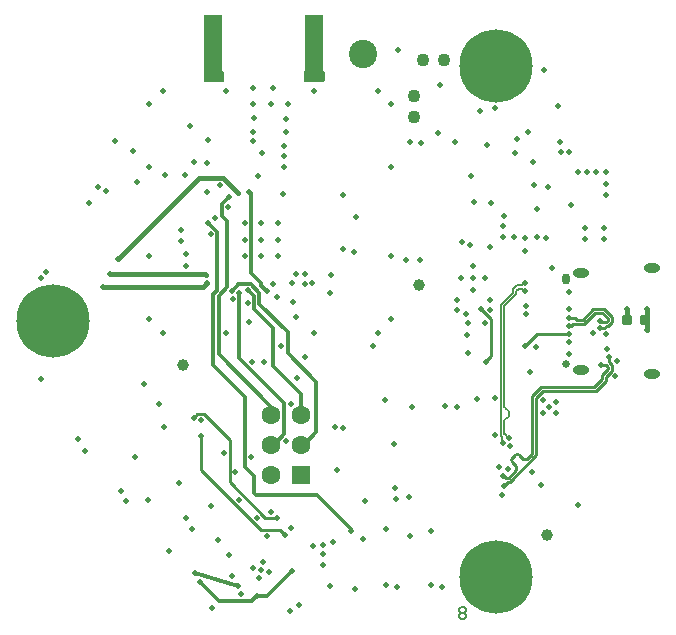
<source format=gbl>
G04*
G04 #@! TF.GenerationSoftware,Altium Limited,Altium Designer,20.1.11 (218)*
G04*
G04 Layer_Physical_Order=8*
G04 Layer_Color=16711680*
%FSLAX24Y24*%
%MOIN*%
G70*
G04*
G04 #@! TF.SameCoordinates,6F335AB9-D6ED-48D2-8003-4388AB504266*
G04*
G04*
G04 #@! TF.FilePolarity,Positive*
G04*
G01*
G75*
%ADD15C,0.0100*%
%ADD17C,0.0070*%
G04:AMPARAMS|DCode=58|XSize=35mil|YSize=34mil|CornerRadius=6mil|HoleSize=0mil|Usage=FLASHONLY|Rotation=0.000|XOffset=0mil|YOffset=0mil|HoleType=Round|Shape=RoundedRectangle|*
%AMROUNDEDRECTD58*
21,1,0.0350,0.0221,0,0,0.0*
21,1,0.0231,0.0340,0,0,0.0*
1,1,0.0119,0.0116,-0.0111*
1,1,0.0119,-0.0116,-0.0111*
1,1,0.0119,-0.0116,0.0111*
1,1,0.0119,0.0116,0.0111*
%
%ADD58ROUNDEDRECTD58*%
%ADD143C,0.0085*%
%ADD146C,0.0120*%
%ADD147C,0.0150*%
%ADD152R,0.0630X0.1929*%
%ADD165C,0.0394*%
%ADD189C,0.0160*%
%ADD194C,0.0059*%
%ADD195O,0.0256X0.0374*%
%ADD196O,0.0551X0.0315*%
%ADD197C,0.0256*%
%ADD198C,0.0945*%
%ADD199C,0.0630*%
%ADD200R,0.0630X0.0630*%
%ADD201C,0.0433*%
%ADD202C,0.2441*%
%ADD203C,0.0197*%
G36*
X-4132Y8328D02*
X-4132Y8028D01*
X-4168Y7993D01*
X-4810Y7993D01*
Y8358D01*
X-4168Y8363D01*
X-4132Y8328D01*
D02*
G37*
G36*
X-783Y8313D02*
X-783Y8013D01*
X-818Y7978D01*
X-1460Y7978D01*
Y8343D01*
X-818Y8348D01*
X-783Y8313D01*
D02*
G37*
D15*
X7367Y-413D02*
X7375Y-421D01*
X6302Y-413D02*
X7367D01*
X5888Y-828D02*
X6302Y-413D01*
X-4889Y-4962D02*
Y-3808D01*
Y-4962D02*
X-2904Y-6947D01*
X-3950Y-5368D02*
X-2779Y-6539D01*
X-3950Y-5368D02*
Y-3944D01*
X-2779Y-6539D02*
X-2362D01*
X-2904Y-6947D02*
X-2282D01*
X4600Y-1326D02*
X4768Y-1158D01*
X4600Y-1341D02*
Y-1326D01*
X4768Y-1158D02*
Y85D01*
X4429Y423D02*
X4768Y85D01*
X-2282Y-6947D02*
X-2095Y-7134D01*
X-4801Y-3093D02*
X-3950Y-3944D01*
X-5136Y-3209D02*
X-5019Y-3093D01*
X-5147Y-3209D02*
X-5136D01*
X-5019Y-3093D02*
X-4801D01*
D17*
X5208Y-2850D02*
G03*
X5278Y-2920I70J0D01*
G01*
X5356Y-2982D02*
G03*
X5294Y-2920I-62J0D01*
G01*
Y-3230D02*
G03*
X5356Y-3168I0J62D01*
G01*
X5278Y-3230D02*
G03*
X5208Y-3300I0J-70D01*
G01*
Y-2850D02*
Y-2330D01*
X5278Y-2920D02*
X5294D01*
X5356Y-3168D02*
Y-2982D01*
X5278Y-3230D02*
X5294D01*
X5208Y-3645D02*
Y-3300D01*
Y-2330D02*
Y502D01*
Y-3761D02*
Y-3645D01*
X5694Y1097D02*
X5793D01*
X5868Y1022D01*
X5616Y1019D02*
X5694Y1097D01*
X5868Y1022D02*
X5888D01*
X5616Y911D02*
Y1019D01*
X5348Y-3883D02*
X5382D01*
X5208Y502D02*
X5616Y911D01*
X5226Y-3761D02*
X5348Y-3883D01*
X5208Y-3761D02*
X5226D01*
X5868Y1282D02*
X5888D01*
X5793Y1207D02*
X5868Y1282D01*
X5648Y1207D02*
X5793D01*
X5506Y956D02*
Y1065D01*
X5648Y1207D01*
X5088Y537D02*
X5506Y956D01*
X5088Y-3811D02*
X5141Y-3865D01*
Y-4011D02*
Y-3865D01*
X5088Y-3811D02*
Y537D01*
X5141Y-4011D02*
X5165Y-4036D01*
D58*
X9309Y55D02*
D03*
X9899D02*
D03*
D143*
X5833Y-4582D02*
G03*
X5971Y-4582I69J69D01*
G01*
X5710Y-4458D02*
G03*
X5572Y-4458I-69J-69D01*
G01*
X5480Y-4550D02*
G03*
X5480Y-4688I69J-69D01*
G01*
X5604Y-4949D02*
G03*
X5604Y-4812I-69J69D01*
G01*
X7498Y-80D02*
X7877D01*
X7421Y-157D02*
X7498Y-80D01*
X7390Y-157D02*
X7421D01*
X7574Y101D02*
X7619Y55D01*
X7368Y100D02*
X7369Y101D01*
X7619Y55D02*
X7821D01*
X7369Y101D02*
X7574D01*
X5971Y-4582D02*
X6146Y-4407D01*
X5710Y-4458D02*
X5833Y-4582D01*
X5480Y-4550D02*
X5572Y-4458D01*
X5480Y-4688D02*
X5604Y-4812D01*
X5604Y-4812D02*
X5604Y-4812D01*
X5574Y-4979D02*
X5604Y-4949D01*
X6146Y-4407D02*
Y-2499D01*
X5350Y-5203D02*
X5574Y-4979D01*
X8407Y-211D02*
X8557D01*
X8416Y28D02*
X8465Y-21D01*
X8386Y-232D02*
X8407Y-211D01*
X8386Y28D02*
X8416D01*
X8557Y-211D02*
X8612Y-156D01*
X8668D01*
X8465Y-21D02*
X8612D01*
X8436Y-1436D02*
X8585D01*
X8662Y-1513D01*
Y-1598D02*
Y-1513D01*
X8436Y-1436D02*
X8436Y-1436D01*
X8465Y-1795D02*
X8662Y-1598D01*
X8465Y-1928D02*
Y-1795D01*
X8198Y-2195D02*
X8465Y-1928D01*
X6449Y-2195D02*
X8198D01*
X6146Y-2499D02*
X6449Y-2195D01*
X5174Y-5137D02*
X5205D01*
X5270Y-5203D01*
X5350D01*
X8690Y-1351D02*
Y-1202D01*
X8797Y-1654D02*
Y-1457D01*
X8690Y-1351D02*
X8797Y-1457D01*
X8690Y-1202D02*
X8690Y-1202D01*
X8600Y-1850D02*
X8797Y-1654D01*
X8600Y-1984D02*
Y-1850D01*
X8254Y-2330D02*
X8600Y-1984D01*
X6505Y-2330D02*
X8254D01*
X6281Y-2555D02*
X6505Y-2330D01*
X6281Y-4463D02*
Y-2555D01*
X5406Y-5338D02*
X6281Y-4463D01*
X5336Y-5338D02*
X5406D01*
X5184Y-5490D02*
X5336Y-5338D01*
X5184Y-5496D02*
Y-5490D01*
X8479Y282D02*
X8662Y100D01*
Y29D02*
Y100D01*
X8612Y-21D02*
X8662Y29D01*
X8239Y282D02*
X8479D01*
X7877Y-80D02*
X8239Y282D01*
X8797Y-27D02*
Y155D01*
X8668Y-156D02*
X8797Y-27D01*
X8535Y417D02*
X8797Y155D01*
X8183Y417D02*
X8535D01*
X7821Y55D02*
X8183Y417D01*
D146*
X-3436Y-4845D02*
X-3122Y-5158D01*
X-3436Y-4845D02*
Y-2512D01*
X-4488Y-1461D02*
X-3436Y-2512D01*
X-2951Y588D02*
Y945D01*
X-2011Y-1060D02*
Y-353D01*
X-2951Y588D02*
X-2011Y-353D01*
Y-1060D02*
X-1052Y-2018D01*
X-3632Y-1218D02*
Y939D01*
Y-1218D02*
X-2120Y-2730D01*
Y-3764D02*
Y-2730D01*
X-3324Y1037D02*
X-3127Y840D01*
Y422D02*
Y840D01*
Y422D02*
X-2493Y-212D01*
X-2907Y1197D02*
X-2710Y999D01*
X-2907Y1197D02*
Y1280D01*
X-3237Y1610D02*
X-2907Y1280D01*
X-3679Y1243D02*
X-3250D01*
X-3679Y1201D02*
Y1243D01*
X-3882Y998D02*
X-3679Y1201D01*
X-4306Y863D02*
X-4027Y1142D01*
Y3357D01*
X-3122Y-5708D02*
Y-5158D01*
X-2482Y-4125D02*
X-2120Y-3764D01*
X-2552Y-4125D02*
X-2482D01*
X-4306Y-1102D02*
Y863D01*
Y-1102D02*
X-2552Y-2856D01*
X-4488Y-1461D02*
Y907D01*
X-4380Y1014D01*
Y2994D01*
X-4669Y3283D02*
X-4380Y2994D01*
X-834Y-5983D02*
Y-5983D01*
X99Y-6976D02*
X110Y-6987D01*
X99Y-6976D02*
Y-6915D01*
X-834Y-5983D02*
X99Y-6915D01*
X-1037Y-5779D02*
X-834Y-5983D01*
X-3052Y-5779D02*
X-1037D01*
X-3122Y-5708D02*
X-3052Y-5779D01*
X-2493Y-1491D02*
Y-212D01*
X-3250Y1243D02*
X-2951Y945D01*
X-4195Y3525D02*
X-4027Y3357D01*
X-3237Y1610D02*
Y4280D01*
X-3288Y4331D02*
X-3237Y4280D01*
X-1515Y-4162D02*
X-1052Y-3699D01*
X-1552Y-4199D02*
X-1515Y-4162D01*
X-3049Y-9166D02*
X-2697D01*
X-1862Y-8330D01*
X-3064Y-9166D02*
X-3049D01*
X-3210Y-9312D02*
X-3064Y-9166D01*
X-4306Y-9312D02*
X-3210D01*
X-4927Y-8690D02*
X-4306Y-9312D01*
X-5095Y-8381D02*
X-3677Y-8807D01*
X-1552Y-3125D02*
Y-2431D01*
X4892Y-2560D02*
X4898Y-2566D01*
X-1052Y-3699D02*
Y-2018D01*
X-1552Y-4199D02*
Y-4125D01*
X-4195Y3916D02*
X-3958Y4153D01*
X-4195Y3525D02*
Y3916D01*
X-2552Y-3125D02*
Y-2856D01*
X-2493Y-1491D02*
X-1552Y-2431D01*
D147*
X-7924Y1587D02*
X-7917Y1594D01*
X-4803D01*
X-4744Y1536D01*
X-4732D01*
X9309Y79D02*
Y427D01*
Y79D02*
X9323Y64D01*
X9956Y55D02*
Y411D01*
Y-300D02*
Y411D01*
X-4239Y8128D02*
X-4230Y8119D01*
X-4409Y8128D02*
X-4239D01*
X-4488Y8207D02*
Y9252D01*
Y8207D02*
X-4409Y8128D01*
X-4494Y9259D02*
X-4488Y9252D01*
X-1122Y8346D02*
X-880Y8105D01*
Y8104D02*
Y8105D01*
X-1122Y8346D02*
Y9240D01*
X-1140Y9259D02*
X-1122Y9240D01*
X-8168Y1133D02*
X-4850D01*
X-4702Y1281D01*
D152*
X-4494Y9259D02*
D03*
X-1140D02*
D03*
D165*
X-5512Y-1457D02*
D03*
X6637Y-7103D02*
D03*
X2362Y1230D02*
D03*
D189*
X-4964Y4791D02*
X-4182D01*
X-7660Y2095D02*
X-4964Y4791D01*
X-4182D02*
X-3661Y4270D01*
Y4265D02*
Y4270D01*
D194*
X3686Y-9590D02*
X3751Y-9524D01*
X3882D01*
X3948Y-9590D01*
Y-9655D01*
X3882Y-9721D01*
X3948Y-9787D01*
Y-9852D01*
X3882Y-9918D01*
X3751D01*
X3686Y-9852D01*
Y-9787D01*
X3751Y-9721D01*
X3686Y-9655D01*
Y-9590D01*
X3751Y-9721D02*
X3882D01*
D195*
X7283Y1417D02*
D03*
D196*
X7776Y-1626D02*
D03*
Y1626D02*
D03*
X10118Y1768D02*
D03*
Y-1768D02*
D03*
D197*
X7283Y-1417D02*
D03*
D198*
X507Y8920D02*
D03*
D199*
X-2552Y-4125D02*
D03*
Y-5125D02*
D03*
Y-3125D02*
D03*
X-1552Y-4125D02*
D03*
Y-3125D02*
D03*
D200*
X-1552Y-5125D02*
D03*
D201*
X3210Y8724D02*
D03*
X2502D02*
D03*
X2203Y7506D02*
D03*
X2203Y6798D02*
D03*
D202*
X4924Y8524D02*
D03*
X-9843Y0D02*
D03*
X4921Y-8524D02*
D03*
D203*
X-10059Y1634D02*
D03*
X-10224Y1444D02*
D03*
X-7660Y2095D02*
D03*
X-7924Y1587D02*
D03*
X-8168Y1133D02*
D03*
X-4529Y-9536D02*
D03*
X9309Y427D02*
D03*
X7374Y420D02*
D03*
Y-157D02*
D03*
Y-1093D02*
D03*
X7375Y-421D02*
D03*
X7374Y100D02*
D03*
Y-695D02*
D03*
X8386Y28D02*
D03*
Y-232D02*
D03*
X7351Y986D02*
D03*
X9956Y-300D02*
D03*
Y411D02*
D03*
X1262Y-6907D02*
D03*
X3770Y1447D02*
D03*
X4163Y1841D02*
D03*
Y1053D02*
D03*
X4557Y1447D02*
D03*
X4163Y1447D02*
D03*
X3790Y2645D02*
D03*
X4718Y2475D02*
D03*
X4073Y2552D02*
D03*
X4726Y707D02*
D03*
X4429Y423D02*
D03*
X5888Y-828D02*
D03*
X1531Y-4071D02*
D03*
X5939Y249D02*
D03*
X6054Y-1690D02*
D03*
X6258Y-839D02*
D03*
X8615Y-403D02*
D03*
X8155Y-382D02*
D03*
X6816Y1778D02*
D03*
X5888Y1022D02*
D03*
X5382Y-3883D02*
D03*
X5888Y1282D02*
D03*
X5165Y-4036D02*
D03*
X5939Y527D02*
D03*
X3247Y-2828D02*
D03*
X5039Y-4852D02*
D03*
X5143Y-5781D02*
D03*
X5344Y-4930D02*
D03*
X8436Y-1436D02*
D03*
X8690Y-1202D02*
D03*
X5174Y-5137D02*
D03*
X5184Y-5496D02*
D03*
X8904Y-1834D02*
D03*
X8620Y-917D02*
D03*
X8967Y-1312D02*
D03*
X2018Y-5837D02*
D03*
X6505Y-3066D02*
D03*
X5409Y-4138D02*
D03*
X-2985Y4852D02*
D03*
X-3237Y-4506D02*
D03*
X-3018Y-6566D02*
D03*
X-2552Y-6351D02*
D03*
X-3634Y-5951D02*
D03*
X4600Y-1341D02*
D03*
X1577Y-5567D02*
D03*
X-1180Y-7472D02*
D03*
X-823Y-8118D02*
D03*
X-822Y-7766D02*
D03*
X-1635Y-9442D02*
D03*
X-4323Y-7293D02*
D03*
X-1749Y134D02*
D03*
X-1824Y640D02*
D03*
X-2220Y-820D02*
D03*
X-2791Y-1348D02*
D03*
X-3325Y601D02*
D03*
X-3303Y-8D02*
D03*
X-3187Y-1339D02*
D03*
X3991Y-1049D02*
D03*
X3974Y-456D02*
D03*
X3989Y-51D02*
D03*
X3633Y703D02*
D03*
Y397D02*
D03*
X4727Y397D02*
D03*
X-2361Y812D02*
D03*
X-2710Y999D02*
D03*
X-592Y959D02*
D03*
X-1744Y1586D02*
D03*
X-1424D02*
D03*
X4889Y7102D02*
D03*
X4638Y5895D02*
D03*
X-8992Y-3908D02*
D03*
X-8764Y-4335D02*
D03*
X-7086Y-4515D02*
D03*
X-6126Y-3505D02*
D03*
X-6663Y-5955D02*
D03*
X-5632Y-5388D02*
D03*
X8588Y4977D02*
D03*
X8279D02*
D03*
X-7755Y5998D02*
D03*
X-7041Y4662D02*
D03*
X-7176Y5667D02*
D03*
X-8642Y3939D02*
D03*
X-3882Y998D02*
D03*
X-3832Y738D02*
D03*
X-3632Y939D02*
D03*
X-173Y2425D02*
D03*
X5618Y6089D02*
D03*
X5993Y6305D02*
D03*
X7446Y3868D02*
D03*
X7885Y3120D02*
D03*
X4096Y4853D02*
D03*
X-2095Y-7134D02*
D03*
X-2362Y-6539D02*
D03*
X-3753Y-5005D02*
D03*
X-2058Y-3983D02*
D03*
X-6298Y-2760D02*
D03*
X-6795Y-2098D02*
D03*
X-4652Y6046D02*
D03*
X-4686Y5289D02*
D03*
X4896Y-3775D02*
D03*
X4579Y-43D02*
D03*
X-4268Y4557D02*
D03*
X-4436Y3449D02*
D03*
X-2514Y1238D02*
D03*
X-3324Y1037D02*
D03*
X-487Y-7356D02*
D03*
X-1185Y1278D02*
D03*
X-1450Y1263D02*
D03*
X-4579Y2907D02*
D03*
X-4669Y3283D02*
D03*
X-4702Y1281D02*
D03*
X-4732Y1536D02*
D03*
X6509Y-2633D02*
D03*
X6920Y-3066D02*
D03*
X6710Y-2853D02*
D03*
X6920Y-2692D02*
D03*
X-4141Y-4395D02*
D03*
X-8346Y4489D02*
D03*
X-8073Y4332D02*
D03*
X6284Y3755D02*
D03*
X837Y-822D02*
D03*
X6195Y4541D02*
D03*
X984Y-374D02*
D03*
X1437Y79D02*
D03*
Y2185D02*
D03*
X-1122Y-374D02*
D03*
X-6634Y79D02*
D03*
X-6181Y-374D02*
D03*
X-4075D02*
D03*
X-6634Y2185D02*
D03*
X-6181Y7697D02*
D03*
X-6634Y7244D02*
D03*
Y5138D02*
D03*
X-4075Y7697D02*
D03*
X1437Y7244D02*
D03*
X984Y7697D02*
D03*
X-1122D02*
D03*
X1437Y5138D02*
D03*
X228Y-8907D02*
D03*
X6142Y-5018D02*
D03*
X2764Y-8801D02*
D03*
X3137Y-8846D02*
D03*
X1259Y-8801D02*
D03*
X-4568Y-6152D02*
D03*
X-10237Y-1913D02*
D03*
X-5438Y4894D02*
D03*
X-6112Y4883D02*
D03*
X-3288Y4331D02*
D03*
X-3661Y4265D02*
D03*
X-5147Y-3209D02*
D03*
X-1711Y-1882D02*
D03*
X2133Y-2842D02*
D03*
X1236Y-2619D02*
D03*
X6160Y5326D02*
D03*
X8588Y4576D02*
D03*
X8591Y4231D02*
D03*
X6682Y4482D02*
D03*
X5888Y2789D02*
D03*
X5177Y2805D02*
D03*
Y3195D02*
D03*
X5188Y3512D02*
D03*
X6609Y2793D02*
D03*
X6284Y2799D02*
D03*
X7353Y5638D02*
D03*
X7097Y5634D02*
D03*
X7970Y4977D02*
D03*
X7661D02*
D03*
X8526Y3108D02*
D03*
X8540Y2749D02*
D03*
X7885D02*
D03*
X7016Y7186D02*
D03*
X5578Y5606D02*
D03*
X7670Y-6127D02*
D03*
X6436Y-5450D02*
D03*
X1598Y-5903D02*
D03*
X571Y-6001D02*
D03*
X-4889Y-3808D02*
D03*
X-4884Y-3292D02*
D03*
X-7390Y-6001D02*
D03*
X-7572Y-5657D02*
D03*
X-5979Y-7636D02*
D03*
X-5095Y-8381D02*
D03*
X-4927Y-8690D02*
D03*
X-1892Y-2760D02*
D03*
X-5215Y-6927D02*
D03*
X-5399Y-6551D02*
D03*
X-3977Y-7772D02*
D03*
X-2968Y-8551D02*
D03*
X-2627Y-8354D02*
D03*
X-2824Y-8013D02*
D03*
X-3165Y-8210D02*
D03*
X-2896Y-8282D02*
D03*
X3575Y5969D02*
D03*
X2078Y5965D02*
D03*
X2430Y5946D02*
D03*
X1661Y9062D02*
D03*
X3082Y7881D02*
D03*
X4403Y7010D02*
D03*
X110Y-6987D02*
D03*
X-612Y-8827D02*
D03*
X-3551Y-9083D02*
D03*
X-3861Y-8487D02*
D03*
X-3677Y-8807D02*
D03*
X-3049Y-9166D02*
D03*
X-2706Y-7146D02*
D03*
X-1862Y-8330D02*
D03*
X-1890Y-6890D02*
D03*
X-1925Y-9650D02*
D03*
X3918Y258D02*
D03*
X7055Y5976D02*
D03*
X6544Y8365D02*
D03*
X3624Y-2841D02*
D03*
X4286Y-2584D02*
D03*
X4898Y-2566D02*
D03*
X-834Y-7464D02*
D03*
X-173Y-3546D02*
D03*
X-442Y-3530D02*
D03*
X1634Y-8850D02*
D03*
X510Y-7262D02*
D03*
X2056Y-7147D02*
D03*
X2772Y-6976D02*
D03*
X-374Y-4961D02*
D03*
X5549Y2802D02*
D03*
X4755Y3933D02*
D03*
X4187Y3965D02*
D03*
X3000Y6274D02*
D03*
X2400Y2034D02*
D03*
X1948D02*
D03*
X-1422Y-1194D02*
D03*
X5903Y2339D02*
D03*
X-176Y4229D02*
D03*
X255Y3489D02*
D03*
X195Y2330D02*
D03*
X-559Y1543D02*
D03*
X-4702Y8117D02*
D03*
X-4230Y8119D02*
D03*
X-880Y8104D02*
D03*
X-1352Y8102D02*
D03*
X-2006Y7241D02*
D03*
X-2858Y5603D02*
D03*
X-3171Y6020D02*
D03*
X-3181Y6306D02*
D03*
X-3142Y6768D02*
D03*
X-3157Y7234D02*
D03*
X-3153Y7772D02*
D03*
X-2493Y7797D02*
D03*
X-2074Y6750D02*
D03*
X-2064Y6325D02*
D03*
X-2117Y5855D02*
D03*
X-2126Y5513D02*
D03*
X-2122Y5162D02*
D03*
X-2157Y4236D02*
D03*
X-1852Y1281D02*
D03*
X-5555Y3049D02*
D03*
Y2680D02*
D03*
X-5397Y1851D02*
D03*
X-5403Y2245D02*
D03*
X-4698Y4322D02*
D03*
X-3987Y3826D02*
D03*
X-5258Y6506D02*
D03*
X-5118Y5329D02*
D03*
X-2551Y7241D02*
D03*
X-3958Y4153D02*
D03*
X-3435Y2175D02*
D03*
Y2726D02*
D03*
Y3277D02*
D03*
X-2884D02*
D03*
X-2333D02*
D03*
Y2727D02*
D03*
Y2175D02*
D03*
X-2884D02*
D03*
Y2726D02*
D03*
M02*

</source>
